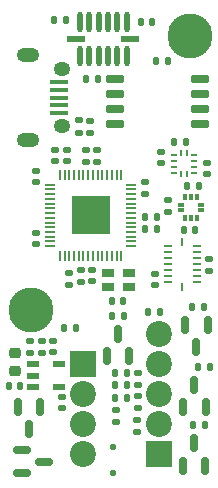
<source format=gbr>
%TF.GenerationSoftware,KiCad,Pcbnew,8.0.0*%
%TF.CreationDate,2024-09-27T20:32:54-07:00*%
%TF.ProjectId,lyrav3r2,6c797261-7633-4723-922e-6b696361645f,rev?*%
%TF.SameCoordinates,Original*%
%TF.FileFunction,Soldermask,Bot*%
%TF.FilePolarity,Negative*%
%FSLAX46Y46*%
G04 Gerber Fmt 4.6, Leading zero omitted, Abs format (unit mm)*
G04 Created by KiCad (PCBNEW 8.0.0) date 2024-09-27 20:32:54*
%MOMM*%
%LPD*%
G01*
G04 APERTURE LIST*
G04 Aperture macros list*
%AMRoundRect*
0 Rectangle with rounded corners*
0 $1 Rounding radius*
0 $2 $3 $4 $5 $6 $7 $8 $9 X,Y pos of 4 corners*
0 Add a 4 corners polygon primitive as box body*
4,1,4,$2,$3,$4,$5,$6,$7,$8,$9,$2,$3,0*
0 Add four circle primitives for the rounded corners*
1,1,$1+$1,$2,$3*
1,1,$1+$1,$4,$5*
1,1,$1+$1,$6,$7*
1,1,$1+$1,$8,$9*
0 Add four rect primitives between the rounded corners*
20,1,$1+$1,$2,$3,$4,$5,0*
20,1,$1+$1,$4,$5,$6,$7,0*
20,1,$1+$1,$6,$7,$8,$9,0*
20,1,$1+$1,$8,$9,$2,$3,0*%
G04 Aperture macros list end*
%ADD10R,2.200000X2.200000*%
%ADD11C,2.200000*%
%ADD12C,3.800000*%
%ADD13RoundRect,0.135000X0.185000X-0.135000X0.185000X0.135000X-0.185000X0.135000X-0.185000X-0.135000X0*%
%ADD14RoundRect,0.140000X-0.170000X0.140000X-0.170000X-0.140000X0.170000X-0.140000X0.170000X0.140000X0*%
%ADD15RoundRect,0.140000X0.170000X-0.140000X0.170000X0.140000X-0.170000X0.140000X-0.170000X-0.140000X0*%
%ADD16RoundRect,0.135000X-0.135000X-0.185000X0.135000X-0.185000X0.135000X0.185000X-0.135000X0.185000X0*%
%ADD17RoundRect,0.150000X0.150000X-0.587500X0.150000X0.587500X-0.150000X0.587500X-0.150000X-0.587500X0*%
%ADD18RoundRect,0.135000X0.135000X0.185000X-0.135000X0.185000X-0.135000X-0.185000X0.135000X-0.185000X0*%
%ADD19R,0.500000X0.300000*%
%ADD20R,0.300000X0.500000*%
%ADD21RoundRect,0.135000X-0.185000X0.135000X-0.185000X-0.135000X0.185000X-0.135000X0.185000X0.135000X0*%
%ADD22RoundRect,0.150000X0.650000X0.150000X-0.650000X0.150000X-0.650000X-0.150000X0.650000X-0.150000X0*%
%ADD23RoundRect,0.140000X-0.140000X-0.170000X0.140000X-0.170000X0.140000X0.170000X-0.140000X0.170000X0*%
%ADD24RoundRect,0.125000X-0.125000X0.125000X-0.125000X-0.125000X0.125000X-0.125000X0.125000X0.125000X0*%
%ADD25R,1.000000X0.800000*%
%ADD26R,3.200000X3.200000*%
%ADD27RoundRect,0.050000X0.050000X0.387500X-0.050000X0.387500X-0.050000X-0.387500X0.050000X-0.387500X0*%
%ADD28RoundRect,0.050000X0.387500X0.050000X-0.387500X0.050000X-0.387500X-0.050000X0.387500X-0.050000X0*%
%ADD29RoundRect,0.150000X-0.150000X0.587500X-0.150000X-0.587500X0.150000X-0.587500X0.150000X0.587500X0*%
%ADD30RoundRect,0.225000X-0.250000X0.225000X-0.250000X-0.225000X0.250000X-0.225000X0.250000X0.225000X0*%
%ADD31R,0.800000X0.250000*%
%ADD32R,0.250000X0.800000*%
%ADD33RoundRect,0.140000X0.140000X0.170000X-0.140000X0.170000X-0.140000X-0.170000X0.140000X-0.170000X0*%
%ADD34R,1.600000X0.400000*%
%ADD35O,1.400000X1.200000*%
%ADD36O,1.900000X1.200000*%
%ADD37R,1.550000X0.600000*%
%ADD38O,0.450000X1.770000*%
%ADD39R,1.000000X0.600000*%
%ADD40R,0.500000X0.280000*%
%ADD41R,0.280000X0.500000*%
%ADD42RoundRect,0.150000X-0.587500X-0.150000X0.587500X-0.150000X0.587500X0.150000X-0.587500X0.150000X0*%
G04 APERTURE END LIST*
D10*
%TO.C,J6*%
X13240600Y2356200D03*
D11*
X13240600Y4896200D03*
X13240600Y7436200D03*
X13240600Y9976200D03*
X13240600Y12516200D03*
%TD*%
D12*
%TO.C,H1*%
X15831400Y37763800D03*
%TD*%
D10*
%TO.C,J2*%
X6763600Y9950800D03*
D11*
X6763600Y7410800D03*
X6763600Y4870800D03*
X6763600Y2330800D03*
%TD*%
D12*
%TO.C,H2*%
X2369400Y14527100D03*
%TD*%
D13*
%TO.C,R18*%
X6458800Y29583000D03*
X6458800Y30603000D03*
%TD*%
D14*
%TO.C,C3*%
X4274400Y11929400D03*
X4274400Y10969400D03*
%TD*%
D15*
%TO.C,C18*%
X5417600Y28134400D03*
X5417600Y27174400D03*
%TD*%
D16*
%TO.C,R28*%
X13064800Y22422200D03*
X12044800Y22422200D03*
%TD*%
D17*
%TO.C,Q4*%
X10721000Y10662000D03*
X8821000Y10662000D03*
X9771000Y12537000D03*
%TD*%
D13*
%TO.C,R2*%
X2344000Y10914000D03*
X2344000Y11934000D03*
%TD*%
D18*
%TO.C,R13*%
X16620800Y25063800D03*
X15600800Y25063800D03*
%TD*%
%TO.C,R3*%
X6181400Y13075000D03*
X5161400Y13075000D03*
%TD*%
D15*
%TO.C,C24*%
X7043200Y28086200D03*
X7043200Y27126200D03*
%TD*%
%TO.C,C1*%
X17507800Y17901000D03*
X17507800Y18861000D03*
%TD*%
D17*
%TO.C,Q9*%
X17152200Y1391000D03*
X15252200Y1391000D03*
X16202200Y3266000D03*
%TD*%
D15*
%TO.C,C12*%
X17330000Y26031600D03*
X17330000Y26991600D03*
%TD*%
D19*
%TO.C,U3*%
X15063000Y22985000D03*
X15063000Y23485000D03*
D20*
X15433000Y24105000D03*
X15933000Y24105000D03*
X16433000Y24105000D03*
D19*
X16803000Y23485000D03*
X16803000Y22985000D03*
D20*
X16433000Y22365000D03*
X15933000Y22365000D03*
X15433000Y22365000D03*
%TD*%
D21*
%TO.C,R15*%
X7424000Y30552200D03*
X7424000Y29532200D03*
%TD*%
D22*
%TO.C,U9*%
X16713600Y34157000D03*
X16713600Y32887000D03*
X16713600Y31617000D03*
X16713600Y30347000D03*
X9513600Y30347000D03*
X9513600Y31617000D03*
X9513600Y32887000D03*
X9513600Y34157000D03*
%TD*%
D21*
%TO.C,R20*%
X11437200Y7260400D03*
X11437200Y6240400D03*
%TD*%
D13*
%TO.C,R16*%
X14028000Y22852000D03*
X14028000Y23872000D03*
%TD*%
D15*
%TO.C,C21*%
X4427000Y28111600D03*
X4427000Y27151600D03*
%TD*%
D13*
%TO.C,R1*%
X5620600Y17725200D03*
X5620600Y16705200D03*
%TD*%
D23*
%TO.C,C4*%
X15326000Y21355400D03*
X16286000Y21355400D03*
%TD*%
D24*
%TO.C,D1*%
X9329000Y2987200D03*
X9329000Y787200D03*
%TD*%
D21*
%TO.C,R24*%
X11462600Y9190800D03*
X11462600Y8170800D03*
%TD*%
D17*
%TO.C,Q5*%
X17172600Y6318600D03*
X15272600Y6318600D03*
X16222600Y8193600D03*
%TD*%
D16*
%TO.C,R17*%
X9479400Y9188800D03*
X10499400Y9188800D03*
%TD*%
D18*
%TO.C,R21*%
X10499400Y7106000D03*
X9479400Y7106000D03*
%TD*%
D14*
%TO.C,C23*%
X7573800Y16991800D03*
X7573800Y17951800D03*
%TD*%
D25*
%TO.C,X2*%
X10693400Y16529400D03*
X8893400Y16529400D03*
X8893400Y17729400D03*
X10693400Y17729400D03*
%TD*%
D14*
%TO.C,C17*%
X6611200Y16966400D03*
X6611200Y17926400D03*
%TD*%
%TO.C,C2*%
X12885000Y17616400D03*
X12885000Y16656400D03*
%TD*%
D15*
%TO.C,C16*%
X8008400Y28083600D03*
X8008400Y27123600D03*
%TD*%
D26*
%TO.C,U8*%
X7436800Y22561800D03*
D27*
X10036800Y25999300D03*
X9636800Y25999300D03*
X9236800Y25999300D03*
X8836800Y25999300D03*
X8436800Y25999300D03*
X8036800Y25999300D03*
X7636800Y25999300D03*
X7236800Y25999300D03*
X6836800Y25999300D03*
X6436800Y25999300D03*
X6036800Y25999300D03*
X5636800Y25999300D03*
X5236800Y25999300D03*
X4836800Y25999300D03*
D28*
X3999300Y25161800D03*
X3999300Y24761800D03*
X3999300Y24361800D03*
X3999300Y23961800D03*
X3999300Y23561800D03*
X3999300Y23161800D03*
X3999300Y22761800D03*
X3999300Y22361800D03*
X3999300Y21961800D03*
X3999300Y21561800D03*
X3999300Y21161800D03*
X3999300Y20761800D03*
X3999300Y20361800D03*
X3999300Y19961800D03*
D27*
X4836800Y19124300D03*
X5236800Y19124300D03*
X5636800Y19124300D03*
X6036800Y19124300D03*
X6436800Y19124300D03*
X6836800Y19124300D03*
X7236800Y19124300D03*
X7636800Y19124300D03*
X8036800Y19124300D03*
X8436800Y19124300D03*
X8836800Y19124300D03*
X9236800Y19124300D03*
X9636800Y19124300D03*
X10036800Y19124300D03*
D28*
X10874300Y19961800D03*
X10874300Y20361800D03*
X10874300Y20761800D03*
X10874300Y21161800D03*
X10874300Y21561800D03*
X10874300Y21961800D03*
X10874300Y22361800D03*
X10874300Y22761800D03*
X10874300Y23161800D03*
X10874300Y23561800D03*
X10874300Y23961800D03*
X10874300Y24361800D03*
X10874300Y24761800D03*
X10874300Y25161800D03*
%TD*%
D18*
%TO.C,R10*%
X17052600Y14802200D03*
X16032600Y14802200D03*
%TD*%
D29*
%TO.C,Q2*%
X15440200Y13299000D03*
X17340200Y13299000D03*
X16390200Y11424000D03*
%TD*%
D18*
%TO.C,R26*%
X12273400Y14421200D03*
X13293400Y14421200D03*
%TD*%
%TO.C,R27*%
X10245400Y14040200D03*
X9225400Y14040200D03*
%TD*%
D30*
%TO.C,C7*%
X1074000Y10916600D03*
X1074000Y9366600D03*
%TD*%
D18*
%TO.C,R25*%
X10499400Y8172800D03*
X9479400Y8172800D03*
%TD*%
D31*
%TO.C,U2*%
X16421800Y16934400D03*
X16421800Y17434400D03*
X16421800Y17934400D03*
X16421800Y18434400D03*
X16421800Y18934400D03*
X16421800Y19434400D03*
X16421800Y19934400D03*
D32*
X15221800Y20344400D03*
D31*
X14021800Y19934400D03*
X14021800Y19434400D03*
X14021800Y18934400D03*
X14021800Y18434400D03*
X14021800Y17934400D03*
X14021800Y17434400D03*
X14021800Y16934400D03*
D32*
X15221800Y16524400D03*
%TD*%
D16*
%TO.C,R12*%
X16134200Y4794600D03*
X17154200Y4794600D03*
%TD*%
D33*
%TO.C,C9*%
X15498600Y28797600D03*
X14538600Y28797600D03*
%TD*%
%TO.C,C13*%
X10190000Y15284800D03*
X9230000Y15284800D03*
%TD*%
D14*
%TO.C,C25*%
X12049600Y24406000D03*
X12049600Y25366000D03*
%TD*%
%TO.C,C19*%
X2801200Y20113400D03*
X2801200Y21073400D03*
%TD*%
D33*
%TO.C,C50*%
X5338600Y39084600D03*
X4378600Y39084600D03*
%TD*%
D14*
%TO.C,C8*%
X13418400Y27956800D03*
X13418400Y26996800D03*
%TD*%
D34*
%TO.C,J7*%
X4772900Y31231200D03*
X4772900Y31881200D03*
X4772900Y32531200D03*
X4772900Y33181200D03*
X4782900Y33831200D03*
D35*
X5022900Y34951200D03*
X5022900Y30111200D03*
D36*
X2122900Y28931200D03*
X2122900Y36131200D03*
%TD*%
D23*
%TO.C,C26*%
X13034800Y21406200D03*
X12074800Y21406200D03*
%TD*%
D37*
%TO.C,U5*%
X6219800Y37513000D03*
D38*
X6519800Y36103000D03*
X7319800Y36103000D03*
X8119800Y36103000D03*
X8919800Y36103000D03*
X9719800Y36103000D03*
X10519800Y36103000D03*
D37*
X10819800Y37513000D03*
D38*
X10519800Y38923000D03*
X9719800Y38923000D03*
X8919800Y38923000D03*
X8119800Y38923000D03*
X7319800Y38923000D03*
X6519800Y38923000D03*
%TD*%
D13*
%TO.C,R23*%
X9557600Y5046600D03*
X9557600Y6066600D03*
%TD*%
D23*
%TO.C,C32*%
X11693800Y38955000D03*
X12653800Y38955000D03*
%TD*%
D29*
%TO.C,Q3*%
X1267000Y6341700D03*
X3167000Y6341700D03*
X2217000Y4466700D03*
%TD*%
D21*
%TO.C,R22*%
X11411800Y5253800D03*
X11411800Y4233800D03*
%TD*%
D15*
%TO.C,C22*%
X2801200Y25396600D03*
X2801200Y26356600D03*
%TD*%
D39*
%TO.C,U6*%
X2564800Y8054800D03*
X2564800Y9004800D03*
X2564800Y9954800D03*
X4764800Y9954800D03*
X4764800Y8054800D03*
%TD*%
D40*
%TO.C,U4*%
X14468800Y26193400D03*
X14468800Y26693400D03*
X14468800Y27193400D03*
X14468800Y27693400D03*
D41*
X15098800Y27823400D03*
X15598800Y27823400D03*
D40*
X16228800Y27693400D03*
X16228800Y27193400D03*
X16228800Y26693400D03*
X16228800Y26193400D03*
D41*
X15598800Y26063400D03*
X15098800Y26063400D03*
%TD*%
D33*
%TO.C,C6*%
X1452400Y8122000D03*
X492400Y8122000D03*
%TD*%
%TO.C,C27*%
X8031000Y34131600D03*
X7071000Y34131600D03*
%TD*%
D16*
%TO.C,R11*%
X16515200Y9696800D03*
X17535200Y9696800D03*
%TD*%
D42*
%TO.C,Q1*%
X1635100Y771200D03*
X1635100Y2671200D03*
X3510100Y1721200D03*
%TD*%
D18*
%TO.C,R14*%
X14004600Y35655600D03*
X12984600Y35655600D03*
%TD*%
D14*
%TO.C,C5*%
X5061800Y7179600D03*
X5061800Y6219600D03*
%TD*%
D21*
%TO.C,R4*%
X3309200Y11934000D03*
X3309200Y10914000D03*
%TD*%
M02*

</source>
